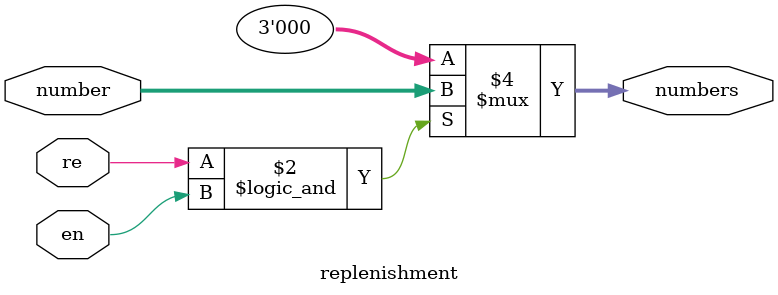
<source format=v>
`timescale 1ns / 1ps


module replenishment(
input en,
input re,//补货信号
input [2:0]number,//补货货道号
output reg[2:0] numbers
    );
      always @*
       begin
       if(re&&en)
         numbers=number;
        
         else
         numbers=0;
         end
    
endmodule

</source>
